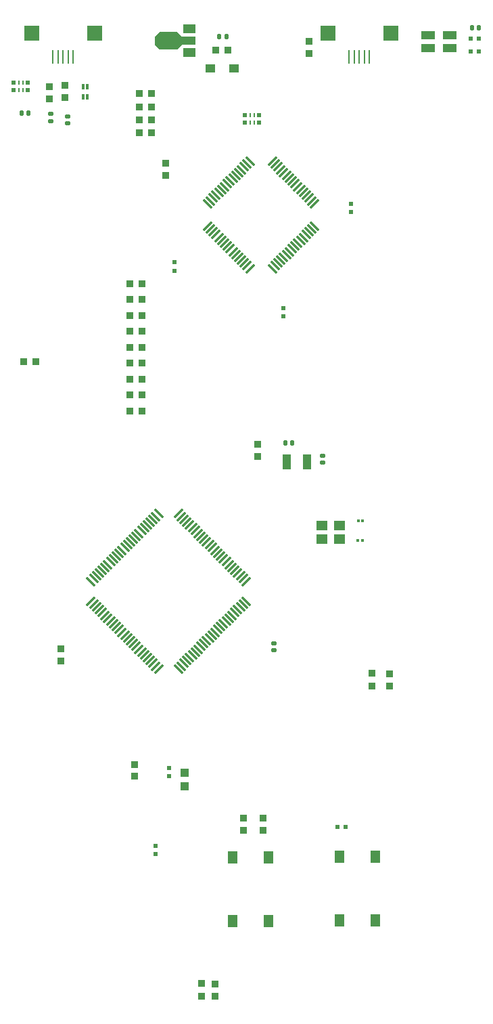
<source format=gtp>
G04*
G04 #@! TF.GenerationSoftware,Altium Limited,Altium Designer,21.1.1 (26)*
G04*
G04 Layer_Color=8421504*
%FSTAX24Y24*%
%MOIN*%
G70*
G04*
G04 #@! TF.SameCoordinates,5FF4FBEF-6F1C-4BA3-BCFF-5D0DF395B62B*
G04*
G04*
G04 #@! TF.FilePolarity,Positive*
G04*
G01*
G75*
%ADD20R,0.0512X0.0610*%
%ADD21R,0.0207X0.0197*%
%ADD22R,0.0098X0.0197*%
%ADD23R,0.0366X0.0343*%
%ADD24R,0.0197X0.0187*%
%ADD25R,0.0187X0.0197*%
%ADD26R,0.0100X0.0700*%
%ADD27R,0.0748X0.0748*%
%ADD28R,0.0433X0.0748*%
%ADD29R,0.0551X0.0472*%
G04:AMPARAMS|DCode=30|XSize=58.1mil|YSize=11.8mil|CornerRadius=0mil|HoleSize=0mil|Usage=FLASHONLY|Rotation=315.000|XOffset=0mil|YOffset=0mil|HoleType=Round|Shape=Rectangle|*
%AMROTATEDRECTD30*
4,1,4,-0.0247,0.0164,-0.0164,0.0247,0.0247,-0.0164,0.0164,-0.0247,-0.0247,0.0164,0.0*
%
%ADD30ROTATEDRECTD30*%

G04:AMPARAMS|DCode=31|XSize=58.1mil|YSize=11.8mil|CornerRadius=0mil|HoleSize=0mil|Usage=FLASHONLY|Rotation=225.000|XOffset=0mil|YOffset=0mil|HoleType=Round|Shape=Rectangle|*
%AMROTATEDRECTD31*
4,1,4,0.0164,0.0247,0.0247,0.0164,-0.0164,-0.0247,-0.0247,-0.0164,0.0164,0.0247,0.0*
%
%ADD31ROTATEDRECTD31*%

%ADD32R,0.0669X0.0413*%
%ADD33R,0.0394X0.0433*%
%ADD34R,0.0350X0.0366*%
%ADD35R,0.0366X0.0350*%
%ADD36R,0.0488X0.0441*%
%ADD37R,0.0118X0.0276*%
G04:AMPARAMS|DCode=38|XSize=23.6mil|YSize=21.3mil|CornerRadius=5.6mil|HoleSize=0mil|Usage=FLASHONLY|Rotation=90.000|XOffset=0mil|YOffset=0mil|HoleType=Round|Shape=RoundedRectangle|*
%AMROUNDEDRECTD38*
21,1,0.0236,0.0100,0,0,90.0*
21,1,0.0124,0.0213,0,0,90.0*
1,1,0.0113,0.0050,0.0062*
1,1,0.0113,0.0050,-0.0062*
1,1,0.0113,-0.0050,-0.0062*
1,1,0.0113,-0.0050,0.0062*
%
%ADD38ROUNDEDRECTD38*%
G04:AMPARAMS|DCode=39|XSize=23.6mil|YSize=21.3mil|CornerRadius=5.6mil|HoleSize=0mil|Usage=FLASHONLY|Rotation=180.000|XOffset=0mil|YOffset=0mil|HoleType=Round|Shape=RoundedRectangle|*
%AMROUNDEDRECTD39*
21,1,0.0236,0.0100,0,0,180.0*
21,1,0.0124,0.0213,0,0,180.0*
1,1,0.0113,-0.0062,0.0050*
1,1,0.0113,0.0062,0.0050*
1,1,0.0113,0.0062,-0.0050*
1,1,0.0113,-0.0062,-0.0050*
%
%ADD39ROUNDEDRECTD39*%
%ADD40R,0.0150X0.0157*%
G04:AMPARAMS|DCode=41|XSize=15mil|YSize=15.7mil|CornerRadius=1.9mil|HoleSize=0mil|Usage=FLASHONLY|Rotation=180.000|XOffset=0mil|YOffset=0mil|HoleType=Round|Shape=RoundedRectangle|*
%AMROUNDEDRECTD41*
21,1,0.0150,0.0120,0,0,180.0*
21,1,0.0112,0.0157,0,0,180.0*
1,1,0.0037,-0.0056,0.0060*
1,1,0.0037,0.0056,0.0060*
1,1,0.0037,0.0056,-0.0060*
1,1,0.0037,-0.0056,-0.0060*
%
%ADD41ROUNDEDRECTD41*%
G36*
X066943Y058104D02*
X067534D01*
Y058537D01*
X066943D01*
Y058104D01*
D02*
G37*
G36*
X065526Y057927D02*
Y057533D01*
X065762Y057297D01*
X066628Y057297D01*
X066865Y057533D01*
X067534D01*
Y057927D01*
X066865D01*
X066628Y058163D01*
X065762Y058163D01*
X065526Y057927D01*
D02*
G37*
G36*
X066943Y056923D02*
X067534D01*
Y057356D01*
X066943D01*
Y056923D01*
D02*
G37*
D20*
X069364Y017545D02*
D03*
Y014415D02*
D03*
X071136Y017545D02*
D03*
Y014415D02*
D03*
X074614Y017575D02*
D03*
Y014445D02*
D03*
X076386Y017575D02*
D03*
Y014445D02*
D03*
D21*
X070679Y053706D02*
D03*
X06998D02*
D03*
Y05406D02*
D03*
X070679D02*
D03*
X059278Y055316D02*
D03*
X058579D02*
D03*
Y05567D02*
D03*
X059278D02*
D03*
D22*
X070428Y053706D02*
D03*
X070231D02*
D03*
Y05406D02*
D03*
X070428D02*
D03*
X059027Y055316D02*
D03*
X05883D02*
D03*
Y05567D02*
D03*
X059027D02*
D03*
D23*
X06109Y054948D02*
D03*
Y055543D02*
D03*
X06033Y054873D02*
D03*
Y055467D02*
D03*
X06452Y02152D02*
D03*
Y022114D02*
D03*
X06991Y019456D02*
D03*
Y018862D02*
D03*
X07088Y019456D02*
D03*
Y018862D02*
D03*
X07709Y026559D02*
D03*
Y025964D02*
D03*
D24*
X06649Y046822D02*
D03*
Y046418D02*
D03*
X07185Y044178D02*
D03*
Y044582D02*
D03*
X0752Y04929D02*
D03*
Y049693D02*
D03*
X06557Y017687D02*
D03*
Y01809D02*
D03*
X06624Y021526D02*
D03*
Y021929D02*
D03*
D25*
X074943Y01904D02*
D03*
X07454D02*
D03*
X081097Y057185D02*
D03*
X0815D02*
D03*
X081097Y057835D02*
D03*
X0815D02*
D03*
D26*
X0751Y05694D02*
D03*
X075356D02*
D03*
X075612D02*
D03*
X075868D02*
D03*
X076112D02*
D03*
X060492Y05692D02*
D03*
X060748D02*
D03*
X061004D02*
D03*
X06126D02*
D03*
X061504D02*
D03*
D27*
X074057Y058108D02*
D03*
X077167D02*
D03*
X059449Y058088D02*
D03*
X062559D02*
D03*
D28*
X073022Y037015D02*
D03*
X072038D02*
D03*
D29*
X07378Y033191D02*
D03*
X074646D02*
D03*
Y03386D02*
D03*
X07378D02*
D03*
D30*
X068129Y049711D02*
D03*
X068268Y04985D02*
D03*
X068407Y049989D02*
D03*
X068546Y050128D02*
D03*
X068685Y050267D02*
D03*
X068825Y050406D02*
D03*
X068964Y050546D02*
D03*
X069103Y050685D02*
D03*
X069242Y050824D02*
D03*
X069381Y050963D02*
D03*
X069521Y051102D02*
D03*
X06966Y051242D02*
D03*
X069799Y051381D02*
D03*
X069938Y05152D02*
D03*
X070077Y051659D02*
D03*
X070217Y051798D02*
D03*
X073411Y048604D02*
D03*
X073272Y048464D02*
D03*
X073133Y048325D02*
D03*
X072994Y048186D02*
D03*
X072855Y048047D02*
D03*
X072715Y047908D02*
D03*
X072576Y047768D02*
D03*
X072437Y047629D02*
D03*
X072298Y04749D02*
D03*
X072159Y047351D02*
D03*
X072019Y047212D02*
D03*
X07188Y047073D02*
D03*
X071741Y046933D02*
D03*
X071602Y046794D02*
D03*
X071463Y046655D02*
D03*
X071323Y046516D02*
D03*
X070026Y030147D02*
D03*
X069886Y030008D02*
D03*
X069747Y029868D02*
D03*
X069608Y029729D02*
D03*
X069469Y02959D02*
D03*
X06933Y029451D02*
D03*
X06919Y029312D02*
D03*
X069051Y029172D02*
D03*
X068912Y029033D02*
D03*
X068773Y028894D02*
D03*
X068634Y028755D02*
D03*
X068494Y028616D02*
D03*
X068355Y028476D02*
D03*
X068216Y028337D02*
D03*
X068077Y028198D02*
D03*
X067938Y028059D02*
D03*
X067798Y02792D02*
D03*
X067659Y027781D02*
D03*
X06752Y027641D02*
D03*
X067381Y027502D02*
D03*
X067242Y027363D02*
D03*
X067102Y027224D02*
D03*
X066963Y027085D02*
D03*
X066824Y026945D02*
D03*
X066685Y026806D02*
D03*
X062376Y031114D02*
D03*
X062516Y031254D02*
D03*
X062655Y031393D02*
D03*
X062794Y031532D02*
D03*
X062933Y031671D02*
D03*
X063072Y03181D02*
D03*
X063212Y03195D02*
D03*
X063351Y032089D02*
D03*
X06349Y032228D02*
D03*
X063629Y032367D02*
D03*
X063768Y032506D02*
D03*
X063908Y032646D02*
D03*
X064047Y032785D02*
D03*
X064186Y032924D02*
D03*
X064325Y033063D02*
D03*
X064464Y033202D02*
D03*
X064604Y033342D02*
D03*
X064743Y033481D02*
D03*
X064882Y03362D02*
D03*
X065021Y033759D02*
D03*
X06516Y033898D02*
D03*
X0653Y034038D02*
D03*
X065439Y034177D02*
D03*
X065578Y034316D02*
D03*
X065717Y034455D02*
D03*
D31*
X071323Y051798D02*
D03*
X071463Y051659D02*
D03*
X071602Y05152D02*
D03*
X071741Y051381D02*
D03*
X07188Y051242D02*
D03*
X072019Y051102D02*
D03*
X072159Y050963D02*
D03*
X072298Y050824D02*
D03*
X072437Y050685D02*
D03*
X072576Y050546D02*
D03*
X072715Y050406D02*
D03*
X072855Y050267D02*
D03*
X072994Y050128D02*
D03*
X073133Y049989D02*
D03*
X073272Y04985D02*
D03*
X073411Y049711D02*
D03*
X070217Y046516D02*
D03*
X070077Y046655D02*
D03*
X069938Y046794D02*
D03*
X069799Y046933D02*
D03*
X06966Y047073D02*
D03*
X069521Y047212D02*
D03*
X069381Y047351D02*
D03*
X069242Y04749D02*
D03*
X069103Y047629D02*
D03*
X068964Y047768D02*
D03*
X068825Y047908D02*
D03*
X068685Y048047D02*
D03*
X068546Y048186D02*
D03*
X068407Y048325D02*
D03*
X068268Y048464D02*
D03*
X068129Y048604D02*
D03*
X066685Y034455D02*
D03*
X066824Y034316D02*
D03*
X066963Y034177D02*
D03*
X067102Y034038D02*
D03*
X067242Y033898D02*
D03*
X067381Y033759D02*
D03*
X06752Y03362D02*
D03*
X067659Y033481D02*
D03*
X067798Y033342D02*
D03*
X067938Y033202D02*
D03*
X068077Y033063D02*
D03*
X068216Y032924D02*
D03*
X068355Y032785D02*
D03*
X068494Y032646D02*
D03*
X068634Y032506D02*
D03*
X068773Y032367D02*
D03*
X068912Y032228D02*
D03*
X069051Y032089D02*
D03*
X06919Y03195D02*
D03*
X06933Y03181D02*
D03*
X069469Y031671D02*
D03*
X069608Y031532D02*
D03*
X069747Y031393D02*
D03*
X069886Y031254D02*
D03*
X070026Y031114D02*
D03*
X065717Y026806D02*
D03*
X065578Y026945D02*
D03*
X065439Y027085D02*
D03*
X0653Y027224D02*
D03*
X06516Y027363D02*
D03*
X065021Y027502D02*
D03*
X064882Y027641D02*
D03*
X064743Y027781D02*
D03*
X064604Y02792D02*
D03*
X064464Y028059D02*
D03*
X064325Y028198D02*
D03*
X064186Y028337D02*
D03*
X064047Y028476D02*
D03*
X063908Y028616D02*
D03*
X063768Y028755D02*
D03*
X063629Y028894D02*
D03*
X06349Y029033D02*
D03*
X063351Y029172D02*
D03*
X063212Y029312D02*
D03*
X063072Y029451D02*
D03*
X062933Y02959D02*
D03*
X062794Y029729D02*
D03*
X062655Y029868D02*
D03*
X062516Y030008D02*
D03*
X062376Y030147D02*
D03*
D32*
X080062Y058005D02*
D03*
X078998D02*
D03*
X080062Y057355D02*
D03*
X078998D02*
D03*
D33*
X06699Y021702D02*
D03*
Y021033D02*
D03*
D34*
X064913Y040294D02*
D03*
X06431D02*
D03*
X064913Y044203D02*
D03*
X06431D02*
D03*
X064913Y043421D02*
D03*
X06431D02*
D03*
X069143Y05728D02*
D03*
X06854D02*
D03*
X064913Y041858D02*
D03*
X06431D02*
D03*
X064913Y042639D02*
D03*
X06431D02*
D03*
X064913Y041076D02*
D03*
X06431D02*
D03*
X064913Y039512D02*
D03*
X06431D02*
D03*
X064913Y045767D02*
D03*
X06431D02*
D03*
X064913Y044985D02*
D03*
X06431D02*
D03*
X065378Y054481D02*
D03*
X064775D02*
D03*
X065378Y055127D02*
D03*
X064775D02*
D03*
X065378Y053189D02*
D03*
X064775D02*
D03*
X065378Y053835D02*
D03*
X064775Y053835D02*
D03*
X059067Y04192D02*
D03*
X05967D02*
D03*
D35*
X07622Y026585D02*
D03*
Y025982D02*
D03*
X0609Y027207D02*
D03*
Y02781D02*
D03*
X06782Y010717D02*
D03*
Y01132D02*
D03*
X07061Y037863D02*
D03*
Y03726D02*
D03*
X068503Y01071D02*
D03*
Y011313D02*
D03*
X07314Y057713D02*
D03*
Y05711D02*
D03*
X06608Y051097D02*
D03*
Y0517D02*
D03*
D36*
X068249Y05638D02*
D03*
X069431D02*
D03*
D37*
X062208Y054974D02*
D03*
X061992D02*
D03*
Y055466D02*
D03*
X062208D02*
D03*
D38*
X081149Y058364D02*
D03*
X081487D02*
D03*
X069049Y05793D02*
D03*
X068711D02*
D03*
X072289Y03792D02*
D03*
X071951D02*
D03*
X058961Y05417D02*
D03*
X059299D02*
D03*
D39*
X071395Y02772D02*
D03*
Y028059D02*
D03*
X07381Y037309D02*
D03*
Y036971D02*
D03*
X06041Y053781D02*
D03*
Y054119D02*
D03*
X06122Y053661D02*
D03*
Y053999D02*
D03*
D40*
X075555Y034114D02*
D03*
X075545Y033144D02*
D03*
D41*
X075775Y034114D02*
D03*
X075766Y033144D02*
D03*
M02*

</source>
